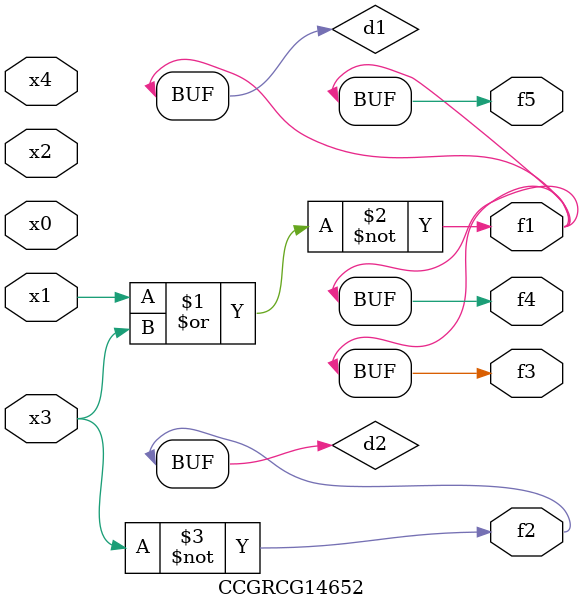
<source format=v>
module CCGRCG14652(
	input x0, x1, x2, x3, x4,
	output f1, f2, f3, f4, f5
);

	wire d1, d2;

	nor (d1, x1, x3);
	not (d2, x3);
	assign f1 = d1;
	assign f2 = d2;
	assign f3 = d1;
	assign f4 = d1;
	assign f5 = d1;
endmodule

</source>
